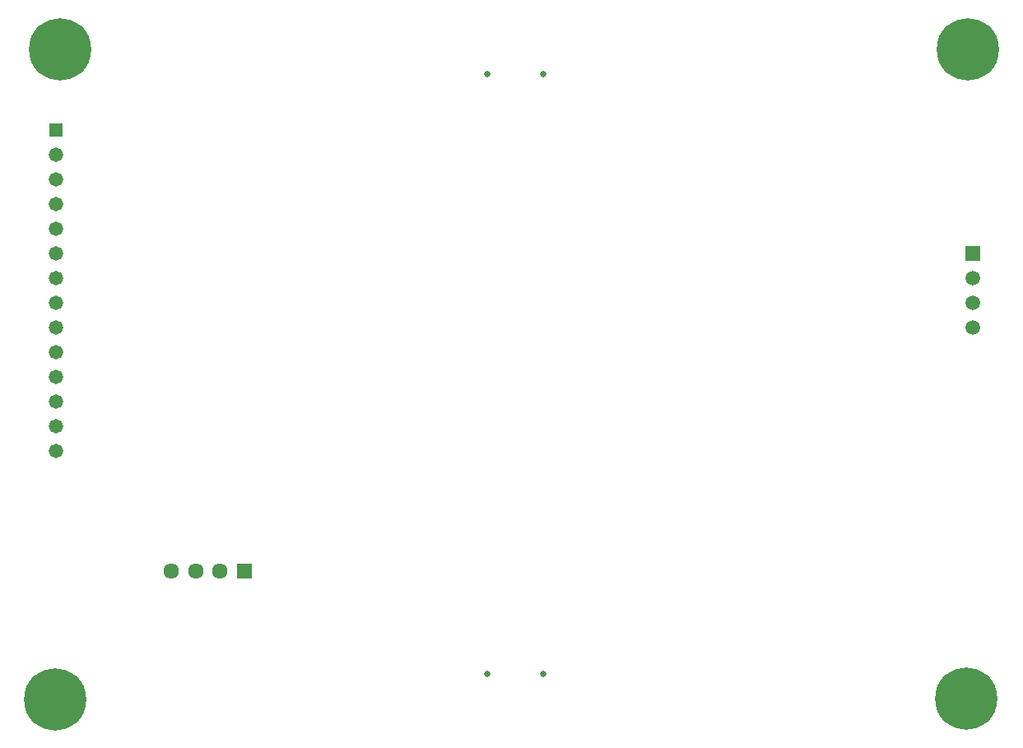
<source format=gbs>
G04*
G04 #@! TF.GenerationSoftware,Altium Limited,Altium Designer,25.3.2 (17)*
G04*
G04 Layer_Color=16711935*
%FSLAX25Y25*%
%MOIN*%
G70*
G04*
G04 #@! TF.SameCoordinates,ED342856-191B-4412-B6D1-68AB9B2CBA59*
G04*
G04*
G04 #@! TF.FilePolarity,Negative*
G04*
G01*
G75*
%ADD59C,0.02559*%
%ADD60C,0.05872*%
%ADD61R,0.05872X0.05872*%
%ADD62R,0.05794X0.05794*%
%ADD63C,0.05794*%
%ADD64C,0.25197*%
%ADD65R,0.06337X0.06337*%
%ADD66C,0.06337*%
D59*
X214638Y27004D02*
D03*
X191882D02*
D03*
Y269744D02*
D03*
X214638D02*
D03*
D60*
X388564Y177160D02*
D03*
Y187160D02*
D03*
Y167160D02*
D03*
D61*
Y197160D02*
D03*
D62*
X17064Y247160D02*
D03*
D63*
Y117160D02*
D03*
Y127160D02*
D03*
Y137160D02*
D03*
Y147160D02*
D03*
Y157160D02*
D03*
Y167160D02*
D03*
Y227160D02*
D03*
Y217160D02*
D03*
Y237160D02*
D03*
Y177160D02*
D03*
Y187160D02*
D03*
Y197160D02*
D03*
Y207160D02*
D03*
D64*
X386487Y280000D02*
D03*
X385700Y16800D02*
D03*
X19004Y280000D02*
D03*
X17000Y16700D02*
D03*
D65*
X93504Y68500D02*
D03*
D66*
X83662D02*
D03*
X63976D02*
D03*
X73819D02*
D03*
M02*

</source>
